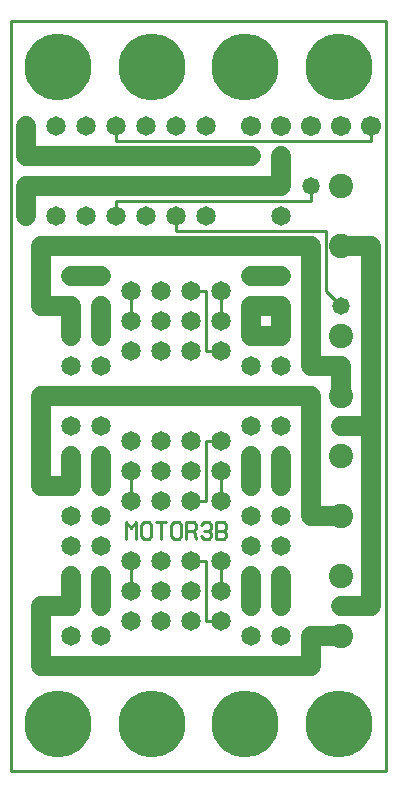
<source format=gtl>
%MOIN*%
%FSLAX25Y25*%
G04 D10 used for Character Trace; *
G04     Circle (OD=.01000) (No hole)*
G04 D11 used for Power Trace; *
G04     Circle (OD=.06700) (No hole)*
G04 D12 used for Signal Trace; *
G04     Circle (OD=.01100) (No hole)*
G04 D13 used for Via; *
G04     Circle (OD=.05800) (Round. Hole ID=.02800)*
G04 D14 used for Component hole; *
G04     Circle (OD=.06500) (Round. Hole ID=.03500)*
G04 D15 used for Component hole; *
G04     Circle (OD=.06700) (Round. Hole ID=.04300)*
G04 D16 used for Component hole; *
G04     Circle (OD=.08100) (Round. Hole ID=.05100)*
G04 D17 used for Component hole; *
G04     Circle (OD=.08900) (Round. Hole ID=.05900)*
G04 D18 used for Component hole; *
G04     Circle (OD=.11300) (Round. Hole ID=.08300)*
G04 D19 used for Component hole; *
G04     Circle (OD=.16000) (Round. Hole ID=.13000)*
G04 D20 used for Component hole; *
G04     Circle (OD=.18300) (Round. Hole ID=.15300)*
G04 D21 used for Component hole; *
G04     Circle (OD=.22291) (Round. Hole ID=.19291)*
%ADD10C,.01000*%
%ADD11C,.06700*%
%ADD12C,.01100*%
%ADD13C,.05800*%
%ADD14C,.06500*%
%ADD15C,.06700*%
%ADD16C,.08100*%
%ADD17C,.08900*%
%ADD18C,.11300*%
%ADD19C,.16000*%
%ADD20C,.18300*%
%ADD21C,.22291*%
%IPPOS*%
%LPD*%
G90*X0Y0D02*D21*X15625Y15625D03*D11*              
X10000Y35000D02*X100000D01*Y45000D01*X110000D01*  
D16*D03*D11*Y55000D02*X120000D01*D13*X110000D03*  
D11*X120000D02*Y115000D01*X110000D01*D13*D03*D11* 
X100000Y85000D02*Y125000D01*Y85000D02*X110000D01* 
D16*D03*D14*X90000Y105000D03*D11*Y95000D01*D14*   
D03*X80000Y105000D03*D11*Y95000D01*D14*D03*       
X90000Y85000D03*X70000Y100000D03*D12*Y90000D01*   
D14*D03*D12*X60000D02*X65000D01*D14*X60000D03*D12*
X65000D02*Y110000D01*X70000D01*D14*D03*           
X60000Y100000D03*Y110000D03*X80000Y115000D03*     
X50000Y90000D03*Y110000D03*X90000Y115000D03*      
X50000Y100000D03*X90000Y135000D03*X80000D03*      
Y85000D03*X40000Y140000D03*D10*X38326Y77129D02*   
Y82871D01*X40000Y80957D01*X41674Y82871D01*        
Y77129D01*X46674Y78086D02*X45837Y77129D01*        
X44163D01*X43326Y78086D01*Y81914D01*              
X44163Y82871D01*X45837D01*X46674Y81914D01*        
Y78086D01*X50000Y77129D02*Y82871D01*X48326D02*    
X51674D01*X56674Y78086D02*X55837Y77129D01*        
X54163D01*X53326Y78086D01*Y81914D01*              
X54163Y82871D01*X55837D01*X56674Y81914D01*        
Y78086D01*X58326Y77129D02*Y82871D01*X60837D01*    
X61674Y81914D01*Y80957D01*X60837Y80000D01*        
X58326D01*X60837D02*X61674Y77129D01*              
X63326Y81914D02*X64163Y82871D01*X65837D01*        
X66674Y81914D01*Y80957D01*X65837Y80000D01*        
X64163D01*X65837D02*X66674Y79043D01*Y78086D01*    
X65837Y77129D01*X64163D01*X63326Y78086D01*        
X68326Y77129D02*Y82871D01*X70837D01*              
X71674Y81914D01*Y80957D01*X70837Y80000D01*        
X71674Y79043D01*Y78086D01*X70837Y77129D01*        
X68326D01*Y80000D02*X70837D01*D14*                
X70000Y140000D03*D12*X65000D01*Y160000D01*        
X60000D01*D14*D03*X70000Y150000D03*D12*Y160000D01*
D14*D03*X60000Y150000D03*X80000Y155000D03*D11*    
Y145000D01*D14*D03*D11*X90000D01*D14*D03*D11*     
Y155000D01*D14*D03*D11*X80000D01*D14*             
X90000Y165000D03*D11*X80000D01*D14*D03*           
X90000Y185000D03*D11*X100000Y135000D02*Y175000D01*
Y135000D02*X110000D01*Y125000D01*D16*D03*D11*     
X120000Y115000D02*Y175000D01*X110000D01*D16*D03*  
D12*X105000Y160000D02*Y180000D01*                 
X110000Y155000D02*X105000Y160000D01*D13*          
X110000Y155000D03*D16*Y145000D03*D11*             
X10000Y175000D02*X100000D01*X10000Y155000D02*     
Y175000D01*Y155000D02*X20000D01*D14*D03*D11*      
Y145000D01*D14*D03*X30000Y135000D03*Y155000D03*   
D11*Y145000D01*D14*D03*X20000Y135000D03*          
X40000Y150000D03*D12*Y160000D01*D14*D03*          
X50000Y150000D03*X30000Y165000D03*D11*X20000D01*  
D14*D03*X35000Y185000D03*D12*Y190000D01*          
X100000D01*Y195000D01*D13*D03*D14*                
X90000Y205000D03*D11*Y195000D01*X5000D01*         
Y185000D01*D14*D03*X15000D03*X25000D03*D11*       
X5000Y205000D02*X80000D01*D13*D03*D15*            
X90000Y215000D03*X80000D03*D14*X65000D03*         
Y185000D03*D15*X100000Y215000D03*D12*             
X55000Y180000D02*X105000D01*X55000D02*Y185000D01* 
D14*D03*X45000D03*X50000Y160000D03*D12*           
X35000Y210000D02*X120000D01*Y215000D01*D15*D03*   
X110000D03*D16*Y195000D03*D21*X109375Y234375D03*  
D12*X125000Y0D02*Y250000D01*X0Y0D02*X125000D01*   
X0D02*Y250000D01*X125000D01*D21*X78125Y234375D03* 
D14*X55000Y215000D03*D21*X46875Y234375D03*D14*    
X45000Y215000D03*X35000D03*D12*Y210000D01*D14*    
X25000Y215000D03*X15000D03*D21*X15625Y234375D03*  
D14*X5000Y215000D03*D11*Y205000D01*D14*           
X50000Y140000D03*X60000D03*D11*X10000Y95000D02*   
Y125000D01*Y95000D02*X20000D01*D14*D03*D11*       
Y105000D01*D14*D03*X30000Y95000D03*D11*Y105000D01*
D14*D03*X20000Y115000D03*X40000Y100000D03*D12*    
Y90000D01*D14*D03*X30000Y85000D03*Y75000D03*      
X60000Y70000D03*D12*X65000D01*Y50000D01*X70000D01*
D14*D03*X60000Y60000D03*X80000Y45000D03*          
X70000Y60000D03*D12*Y70000D01*D14*D03*            
X80000Y65000D03*D11*Y55000D01*D14*D03*            
X90000Y45000D03*Y65000D03*D11*Y55000D01*D14*D03*  
Y75000D03*D16*X110000Y65000D03*D14*               
X80000Y75000D03*X60000Y50000D03*X50000Y70000D03*  
D21*X78125Y15625D03*D14*X50000Y60000D03*Y50000D03*
D21*X109375Y15625D03*X46875D03*D16*               
X110000Y105000D03*D14*X40000Y70000D03*D12*        
Y60000D01*D14*D03*X30000Y65000D03*D11*Y55000D01*  
D14*D03*X20000Y65000D03*D11*Y55000D01*D14*D03*D11*
X10000D01*Y35000D01*D14*X20000Y45000D03*X30000D03*
X40000Y50000D03*X20000Y75000D03*Y85000D03*        
X40000Y110000D03*X30000Y115000D03*D11*            
X10000Y125000D02*X100000D01*M02*                  

</source>
